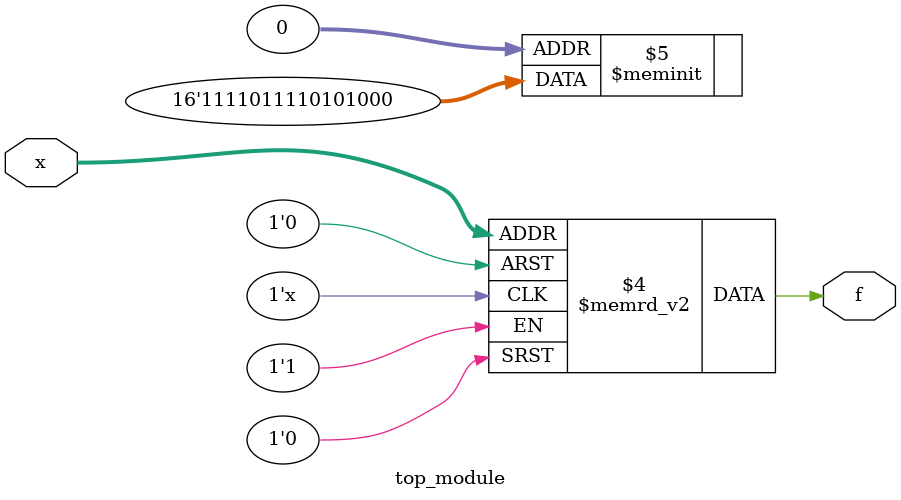
<source format=sv>
module top_module (
	input [4:1] x,
	output logic f
);

	always @(*) begin
		case(x)
			4'b0000: f = 1'b0; // don't-care set to 0
			4'b0001: f = 1'b0;
			4'b0011: f = 1'b1; // don't-care set to 1
			4'b0010: f = 1'b0; // don't-care set to 0
			4'b0100: f = 1'b0;
			4'b0101: f = 1'b1; // don't-care set to 1
			4'b0111: f = 1'b1;
			4'b0110: f = 1'b0;
			4'b1100: f = 1'b1;
			4'b1101: f = 1'b1;
			4'b1111: f = 1'b1; // don't-care set to 1
			4'b1110: f = 1'b1; // don't-care set to 1
			4'b1000: f = 1'b1;
			4'b1001: f = 1'b1;
			4'b1011: f = 1'b0;
			4'b1010: f = 1'b1; // don't-care set to 1
			default: f = 1'b0; // for any undefined states
		endcase
	end

endmodule

</source>
